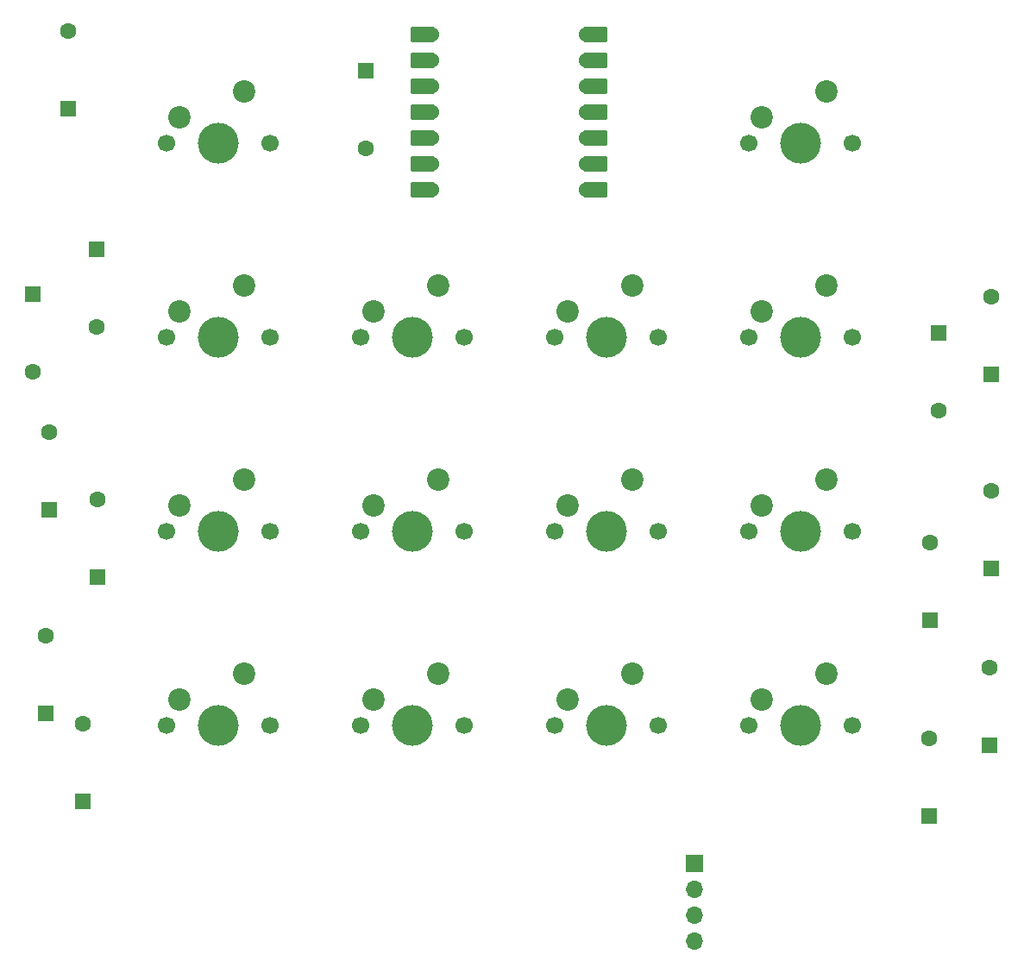
<source format=gts>
%TF.GenerationSoftware,KiCad,Pcbnew,9.0.6*%
%TF.CreationDate,2025-12-02T12:20:49-05:00*%
%TF.ProjectId,TodoPad,546f646f-5061-4642-9e6b-696361645f70,rev?*%
%TF.SameCoordinates,Original*%
%TF.FileFunction,Soldermask,Top*%
%TF.FilePolarity,Negative*%
%FSLAX46Y46*%
G04 Gerber Fmt 4.6, Leading zero omitted, Abs format (unit mm)*
G04 Created by KiCad (PCBNEW 9.0.6) date 2025-12-02 12:20:49*
%MOMM*%
%LPD*%
G01*
G04 APERTURE LIST*
G04 Aperture macros list*
%AMRoundRect*
0 Rectangle with rounded corners*
0 $1 Rounding radius*
0 $2 $3 $4 $5 $6 $7 $8 $9 X,Y pos of 4 corners*
0 Add a 4 corners polygon primitive as box body*
4,1,4,$2,$3,$4,$5,$6,$7,$8,$9,$2,$3,0*
0 Add four circle primitives for the rounded corners*
1,1,$1+$1,$2,$3*
1,1,$1+$1,$4,$5*
1,1,$1+$1,$6,$7*
1,1,$1+$1,$8,$9*
0 Add four rect primitives between the rounded corners*
20,1,$1+$1,$2,$3,$4,$5,0*
20,1,$1+$1,$4,$5,$6,$7,0*
20,1,$1+$1,$6,$7,$8,$9,0*
20,1,$1+$1,$8,$9,$2,$3,0*%
G04 Aperture macros list end*
%ADD10RoundRect,0.250000X-0.550000X0.550000X-0.550000X-0.550000X0.550000X-0.550000X0.550000X0.550000X0*%
%ADD11C,1.600000*%
%ADD12C,1.700000*%
%ADD13C,4.000000*%
%ADD14C,2.200000*%
%ADD15RoundRect,0.250000X0.550000X-0.550000X0.550000X0.550000X-0.550000X0.550000X-0.550000X-0.550000X0*%
%ADD16RoundRect,0.152400X1.063600X0.609600X-1.063600X0.609600X-1.063600X-0.609600X1.063600X-0.609600X0*%
%ADD17C,1.524000*%
%ADD18RoundRect,0.152400X-1.063600X-0.609600X1.063600X-0.609600X1.063600X0.609600X-1.063600X0.609600X0*%
%ADD19R,1.700000X1.700000*%
%ADD20O,1.700000X1.700000*%
G04 APERTURE END LIST*
D10*
%TO.C,D4*%
X98700000Y-70280000D03*
D11*
X98700000Y-77900000D03*
%TD*%
D12*
%TO.C,SW7*%
X143627500Y-97948750D03*
D13*
X148707500Y-97948750D03*
D12*
X153787500Y-97948750D03*
D14*
X151247500Y-92868750D03*
X144897500Y-95408750D03*
%TD*%
D12*
%TO.C,SW9*%
X105527500Y-78898750D03*
D13*
X110607500Y-78898750D03*
D12*
X115687500Y-78898750D03*
D14*
X113147500Y-73818750D03*
X106797500Y-76358750D03*
%TD*%
D15*
%TO.C,D12*%
X180500000Y-106710000D03*
D11*
X180500000Y-99090000D03*
%TD*%
D15*
%TO.C,D8*%
X97300000Y-124510000D03*
D11*
X97300000Y-116890000D03*
%TD*%
D12*
%TO.C,SW5*%
X105527500Y-97948750D03*
D13*
X110607500Y-97948750D03*
D12*
X115687500Y-97948750D03*
D14*
X113147500Y-92868750D03*
X106797500Y-95408750D03*
%TD*%
D12*
%TO.C,SW4*%
X162677500Y-116998750D03*
D13*
X167757500Y-116998750D03*
D12*
X172837500Y-116998750D03*
D14*
X170297500Y-111918750D03*
X163947500Y-114458750D03*
%TD*%
D10*
%TO.C,D10*%
X125100000Y-52790000D03*
D11*
X125100000Y-60410000D03*
%TD*%
D12*
%TO.C,SW2*%
X124577500Y-116998750D03*
D13*
X129657500Y-116998750D03*
D12*
X134737500Y-116998750D03*
D14*
X132197500Y-111918750D03*
X125847500Y-114458750D03*
%TD*%
D10*
%TO.C,D6*%
X181300000Y-78490000D03*
D11*
X181300000Y-86110000D03*
%TD*%
D15*
%TO.C,D14*%
X186500000Y-82550000D03*
D11*
X186500000Y-74930000D03*
%TD*%
D12*
%TO.C,SW6*%
X124577500Y-97948750D03*
D13*
X129657500Y-97948750D03*
D12*
X134737500Y-97948750D03*
D14*
X132197500Y-92868750D03*
X125847500Y-95408750D03*
%TD*%
D15*
%TO.C,D3*%
X186500000Y-101600000D03*
D11*
X186500000Y-93980000D03*
%TD*%
D15*
%TO.C,D1*%
X98800000Y-102510000D03*
D11*
X98800000Y-94890000D03*
%TD*%
D16*
%TO.C,U1*%
X130727500Y-49212500D03*
D17*
X131562500Y-49212500D03*
D16*
X130727500Y-51752500D03*
D17*
X131562500Y-51752500D03*
D16*
X130727500Y-54292500D03*
D17*
X131562500Y-54292500D03*
D16*
X130727500Y-56832500D03*
D17*
X131562500Y-56832500D03*
D16*
X130727500Y-59372500D03*
D17*
X131562500Y-59372500D03*
D16*
X130727500Y-61912500D03*
D17*
X131562500Y-61912500D03*
D16*
X130727500Y-64452500D03*
D17*
X131562500Y-64452500D03*
X146802500Y-64452500D03*
D18*
X147637500Y-64452500D03*
D17*
X146802500Y-61912500D03*
D18*
X147637500Y-61912500D03*
D17*
X146802500Y-59372500D03*
D18*
X147637500Y-59372500D03*
D17*
X146802500Y-56832500D03*
D18*
X147637500Y-56832500D03*
D17*
X146802500Y-54292500D03*
D18*
X147637500Y-54292500D03*
D17*
X146802500Y-51752500D03*
D18*
X147637500Y-51752500D03*
D17*
X146802500Y-49212500D03*
D18*
X147637500Y-49212500D03*
%TD*%
D15*
%TO.C,D13*%
X186300000Y-119010000D03*
D11*
X186300000Y-111390000D03*
%TD*%
D12*
%TO.C,SW10*%
X124577500Y-78898750D03*
D13*
X129657500Y-78898750D03*
D12*
X134737500Y-78898750D03*
D14*
X132197500Y-73818750D03*
X125847500Y-76358750D03*
%TD*%
D12*
%TO.C,SW12*%
X162677500Y-78898750D03*
D13*
X167757500Y-78898750D03*
D12*
X172837500Y-78898750D03*
D14*
X170297500Y-73818750D03*
X163947500Y-76358750D03*
%TD*%
D15*
%TO.C,D9*%
X180400000Y-125910000D03*
D11*
X180400000Y-118290000D03*
%TD*%
D12*
%TO.C,SW1*%
X105527500Y-116998750D03*
D13*
X110607500Y-116998750D03*
D12*
X115687500Y-116998750D03*
D14*
X113147500Y-111918750D03*
X106797500Y-114458750D03*
%TD*%
D12*
%TO.C,SW8*%
X162677500Y-97948750D03*
D13*
X167757500Y-97948750D03*
D12*
X172837500Y-97948750D03*
D14*
X170297500Y-92868750D03*
X163947500Y-95408750D03*
%TD*%
D12*
%TO.C,SW14*%
X162677500Y-59848750D03*
D13*
X167757500Y-59848750D03*
D12*
X172837500Y-59848750D03*
D14*
X170297500Y-54768750D03*
X163947500Y-57308750D03*
%TD*%
D15*
%TO.C,D11*%
X95900000Y-56510000D03*
D11*
X95900000Y-48890000D03*
%TD*%
D15*
%TO.C,D7*%
X93700000Y-115810000D03*
D11*
X93700000Y-108190000D03*
%TD*%
D12*
%TO.C,SW11*%
X143627500Y-78898750D03*
D13*
X148707500Y-78898750D03*
D12*
X153787500Y-78898750D03*
D14*
X151247500Y-73818750D03*
X144897500Y-76358750D03*
%TD*%
D10*
%TO.C,D5*%
X92400000Y-74690000D03*
D11*
X92400000Y-82310000D03*
%TD*%
D12*
%TO.C,SW13*%
X105527500Y-59848750D03*
D13*
X110607500Y-59848750D03*
D12*
X115687500Y-59848750D03*
D14*
X113147500Y-54768750D03*
X106797500Y-57308750D03*
%TD*%
D19*
%TO.C,U2*%
X157400000Y-130590000D03*
D20*
X157400000Y-133130000D03*
X157400000Y-135670000D03*
X157400000Y-138210000D03*
%TD*%
D15*
%TO.C,D2*%
X94000000Y-95910000D03*
D11*
X94000000Y-88290000D03*
%TD*%
D12*
%TO.C,SW3*%
X143627500Y-116998750D03*
D13*
X148707500Y-116998750D03*
D12*
X153787500Y-116998750D03*
D14*
X151247500Y-111918750D03*
X144897500Y-114458750D03*
%TD*%
M02*

</source>
